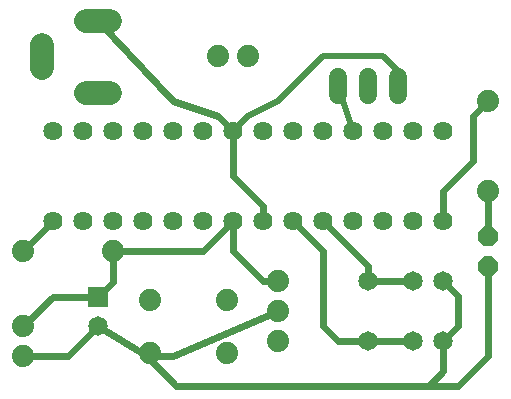
<source format=gbr>
G04 EAGLE Gerber RS-274X export*
G75*
%MOMM*%
%FSLAX34Y34*%
%LPD*%
%INBottom Copper*%
%IPPOS*%
%AMOC8*
5,1,8,0,0,1.08239X$1,22.5*%
G01*
%ADD10C,1.651000*%
%ADD11R,1.651000X1.651000*%
%ADD12C,1.879600*%
%ADD13C,2.000000*%
%ADD14C,1.524000*%
%ADD15C,1.625600*%
%ADD16P,1.814519X8X292.500000*%
%ADD17C,0.609600*%
%ADD18C,0.508000*%


D10*
X393700Y101600D03*
X368300Y101600D03*
X393700Y50800D03*
X368300Y50800D03*
D11*
X101600Y88700D03*
D10*
X101600Y63700D03*
X330200Y101600D03*
X330200Y50800D03*
D12*
X254000Y50800D03*
X254000Y76200D03*
X254000Y101600D03*
D13*
X111600Y261100D02*
X91600Y261100D01*
X91600Y322100D02*
X111600Y322100D01*
X53600Y302100D02*
X53600Y282100D01*
D12*
X203200Y292100D03*
X228600Y292100D03*
X114300Y127000D03*
X38100Y127000D03*
X145288Y86106D03*
X210312Y86106D03*
X145288Y40894D03*
X210312Y40894D03*
D14*
X304800Y259080D02*
X304800Y274320D01*
X330200Y274320D02*
X330200Y259080D01*
X355600Y259080D02*
X355600Y274320D01*
D15*
X63500Y152400D03*
X88900Y152400D03*
X114300Y152400D03*
X139700Y152400D03*
X165100Y152400D03*
X190500Y152400D03*
X215900Y152400D03*
X241300Y152400D03*
X266700Y152400D03*
X292100Y152400D03*
X317500Y152400D03*
X342900Y152400D03*
X368300Y152400D03*
X393700Y152400D03*
X393700Y228600D03*
X368300Y228600D03*
X342900Y228600D03*
X317500Y228600D03*
X292100Y228600D03*
X266700Y228600D03*
X241300Y228600D03*
X215900Y228600D03*
X190500Y228600D03*
X165100Y228600D03*
X139700Y228600D03*
X114300Y228600D03*
X88900Y228600D03*
X63500Y228600D03*
D12*
X38100Y63500D03*
X38100Y38100D03*
D16*
X431800Y139700D03*
X431800Y114300D03*
D12*
X431800Y254000D03*
X431800Y177800D03*
D17*
X114300Y127000D02*
X114300Y101400D01*
X101600Y88700D01*
X63300Y88700D01*
X38100Y63500D01*
X114300Y127000D02*
X190500Y127000D01*
X215900Y152400D01*
X215900Y127000D01*
X241300Y101600D01*
X254000Y101600D01*
X145288Y40894D02*
X142494Y38100D01*
X393700Y101600D02*
X406400Y88900D01*
X406400Y63500D01*
X393700Y50800D01*
X393700Y25400D01*
X381508Y13208D01*
X167386Y13208D02*
X142494Y38100D01*
X167386Y13208D02*
X381508Y13208D01*
X241300Y152400D02*
X241300Y165100D01*
X215900Y190500D01*
X215900Y228600D01*
X254000Y76200D02*
X165100Y38100D01*
X142494Y38100D01*
X101600Y63700D01*
X76200Y38100D01*
X38100Y38100D01*
X165100Y254000D02*
X101600Y322100D01*
X165100Y254000D02*
X203200Y241300D01*
X215900Y228600D01*
D18*
X228600Y241300D01*
X254000Y254000D01*
X292100Y292100D02*
X342900Y292100D01*
X355600Y279400D01*
X355600Y266700D01*
X292100Y292100D02*
X254000Y254000D01*
D17*
X431800Y114300D02*
X431800Y38608D01*
X406400Y13208D01*
X381508Y13208D01*
X330200Y101600D02*
X330200Y114300D01*
X292100Y152400D01*
X330200Y101600D02*
X368300Y101600D01*
X292100Y127000D02*
X266700Y152400D01*
X292100Y127000D02*
X292100Y63500D01*
X304800Y50800D01*
X330200Y50800D01*
X368300Y50800D01*
X63500Y152400D02*
X38100Y127000D01*
D18*
X317500Y228600D02*
X304800Y266700D01*
D17*
X393700Y177800D02*
X393700Y152400D01*
X419100Y241300D02*
X431800Y254000D01*
X419100Y203200D02*
X393700Y177800D01*
X419100Y203200D02*
X419100Y241300D01*
X431800Y177800D02*
X431800Y139700D01*
M02*

</source>
